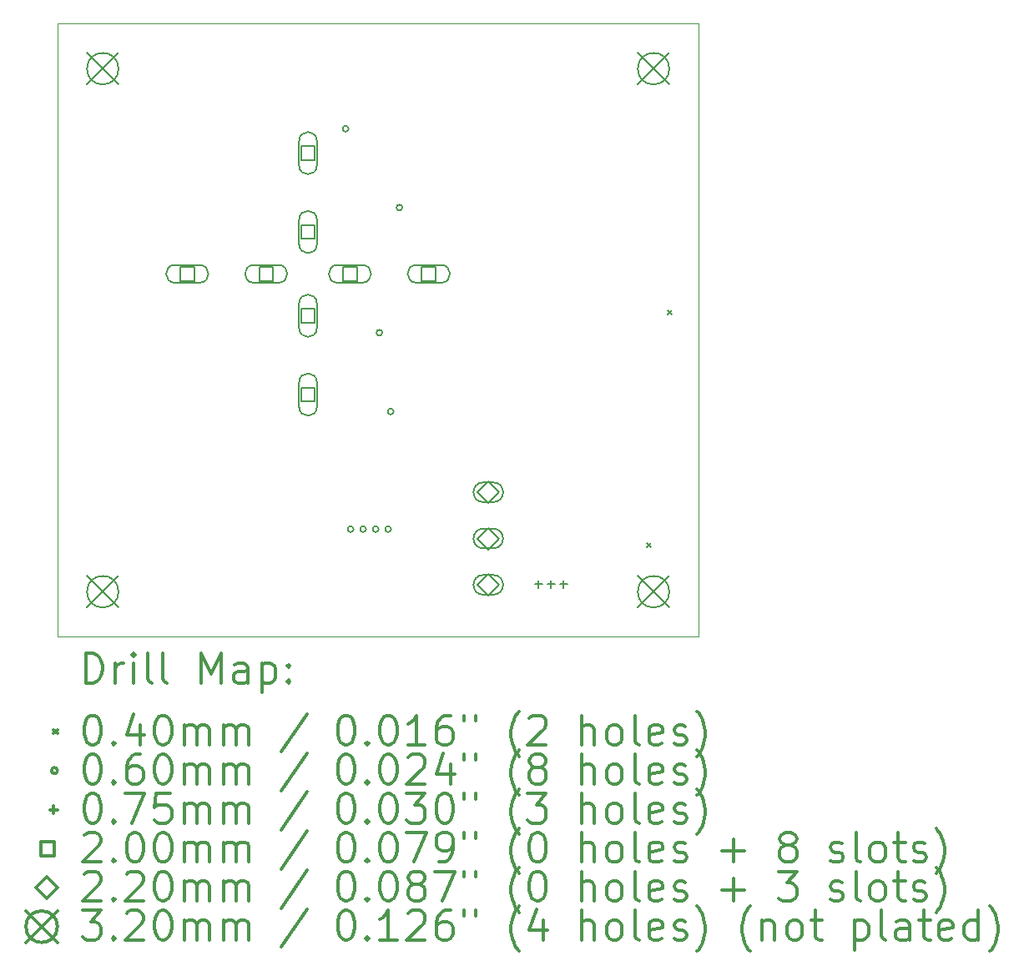
<source format=gbr>
%FSLAX45Y45*%
G04 Gerber Fmt 4.5, Leading zero omitted, Abs format (unit mm)*
G04 Created by KiCad (PCBNEW (5.1.8)-1) date 2021-11-19 10:18:03*
%MOMM*%
%LPD*%
G01*
G04 APERTURE LIST*
%TA.AperFunction,Profile*%
%ADD10C,0.050000*%
%TD*%
%ADD11C,0.200000*%
%ADD12C,0.300000*%
G04 APERTURE END LIST*
D10*
X17674600Y-12924800D02*
X17674600Y-6701800D01*
X11172200Y-12924800D02*
X17674600Y-12924800D01*
X11172200Y-6701800D02*
X11946900Y-6701800D01*
X11172200Y-12924800D02*
X11172200Y-6701800D01*
X17674600Y-6701800D02*
X11946900Y-6701800D01*
D11*
X17149140Y-11972620D02*
X17189140Y-12012620D01*
X17189140Y-11972620D02*
X17149140Y-12012620D01*
X17362500Y-9615500D02*
X17402500Y-9655500D01*
X17402500Y-9615500D02*
X17362500Y-9655500D01*
X14123200Y-7768600D02*
G75*
G03*
X14123200Y-7768600I-30000J0D01*
G01*
X14174000Y-11832600D02*
G75*
G03*
X14174000Y-11832600I-30000J0D01*
G01*
X14301000Y-11832600D02*
G75*
G03*
X14301000Y-11832600I-30000J0D01*
G01*
X14428000Y-11832600D02*
G75*
G03*
X14428000Y-11832600I-30000J0D01*
G01*
X14466100Y-9838700D02*
G75*
G03*
X14466100Y-9838700I-30000J0D01*
G01*
X14555000Y-11832600D02*
G75*
G03*
X14555000Y-11832600I-30000J0D01*
G01*
X14580400Y-10638800D02*
G75*
G03*
X14580400Y-10638800I-30000J0D01*
G01*
X14669300Y-8568700D02*
G75*
G03*
X14669300Y-8568700I-30000J0D01*
G01*
X16049000Y-12353900D02*
X16049000Y-12428900D01*
X16011500Y-12391400D02*
X16086500Y-12391400D01*
X16176000Y-12353900D02*
X16176000Y-12428900D01*
X16138500Y-12391400D02*
X16213500Y-12391400D01*
X16303000Y-12353900D02*
X16303000Y-12428900D01*
X16265500Y-12391400D02*
X16340500Y-12391400D01*
X12557911Y-9312511D02*
X12557911Y-9171089D01*
X12416489Y-9171089D01*
X12416489Y-9312511D01*
X12557911Y-9312511D01*
X12362200Y-9331800D02*
X12612200Y-9331800D01*
X12362200Y-9151800D02*
X12612200Y-9151800D01*
X12612200Y-9331800D02*
G75*
G03*
X12612200Y-9151800I0J90000D01*
G01*
X12362200Y-9151800D02*
G75*
G03*
X12362200Y-9331800I0J-90000D01*
G01*
X13357911Y-9312511D02*
X13357911Y-9171089D01*
X13216489Y-9171089D01*
X13216489Y-9312511D01*
X13357911Y-9312511D01*
X13162200Y-9331800D02*
X13412200Y-9331800D01*
X13162200Y-9151800D02*
X13412200Y-9151800D01*
X13412200Y-9331800D02*
G75*
G03*
X13412200Y-9151800I0J90000D01*
G01*
X13162200Y-9151800D02*
G75*
G03*
X13162200Y-9331800I0J-90000D01*
G01*
X13782911Y-8087511D02*
X13782911Y-7946089D01*
X13641489Y-7946089D01*
X13641489Y-8087511D01*
X13782911Y-8087511D01*
X13622200Y-7891800D02*
X13622200Y-8141800D01*
X13802200Y-7891800D02*
X13802200Y-8141800D01*
X13622200Y-8141800D02*
G75*
G03*
X13802200Y-8141800I90000J0D01*
G01*
X13802200Y-7891800D02*
G75*
G03*
X13622200Y-7891800I-90000J0D01*
G01*
X13782911Y-8887511D02*
X13782911Y-8746089D01*
X13641489Y-8746089D01*
X13641489Y-8887511D01*
X13782911Y-8887511D01*
X13622200Y-8691800D02*
X13622200Y-8941800D01*
X13802200Y-8691800D02*
X13802200Y-8941800D01*
X13622200Y-8941800D02*
G75*
G03*
X13802200Y-8941800I90000J0D01*
G01*
X13802200Y-8691800D02*
G75*
G03*
X13622200Y-8691800I-90000J0D01*
G01*
X13782911Y-9737511D02*
X13782911Y-9596089D01*
X13641489Y-9596089D01*
X13641489Y-9737511D01*
X13782911Y-9737511D01*
X13622200Y-9541800D02*
X13622200Y-9791800D01*
X13802200Y-9541800D02*
X13802200Y-9791800D01*
X13622200Y-9791800D02*
G75*
G03*
X13802200Y-9791800I90000J0D01*
G01*
X13802200Y-9541800D02*
G75*
G03*
X13622200Y-9541800I-90000J0D01*
G01*
X13782911Y-10537511D02*
X13782911Y-10396089D01*
X13641489Y-10396089D01*
X13641489Y-10537511D01*
X13782911Y-10537511D01*
X13622200Y-10341800D02*
X13622200Y-10591800D01*
X13802200Y-10341800D02*
X13802200Y-10591800D01*
X13622200Y-10591800D02*
G75*
G03*
X13802200Y-10591800I90000J0D01*
G01*
X13802200Y-10341800D02*
G75*
G03*
X13622200Y-10341800I-90000J0D01*
G01*
X14207911Y-9312511D02*
X14207911Y-9171089D01*
X14066489Y-9171089D01*
X14066489Y-9312511D01*
X14207911Y-9312511D01*
X14012200Y-9331800D02*
X14262200Y-9331800D01*
X14012200Y-9151800D02*
X14262200Y-9151800D01*
X14262200Y-9331800D02*
G75*
G03*
X14262200Y-9151800I0J90000D01*
G01*
X14012200Y-9151800D02*
G75*
G03*
X14012200Y-9331800I0J-90000D01*
G01*
X15007911Y-9312511D02*
X15007911Y-9171089D01*
X14866489Y-9171089D01*
X14866489Y-9312511D01*
X15007911Y-9312511D01*
X14812200Y-9331800D02*
X15062200Y-9331800D01*
X14812200Y-9151800D02*
X15062200Y-9151800D01*
X15062200Y-9331800D02*
G75*
G03*
X15062200Y-9151800I0J90000D01*
G01*
X14812200Y-9151800D02*
G75*
G03*
X14812200Y-9331800I0J-90000D01*
G01*
X15540800Y-11567950D02*
X15650800Y-11457950D01*
X15540800Y-11347950D01*
X15430800Y-11457950D01*
X15540800Y-11567950D01*
X15590800Y-11357950D02*
X15490800Y-11357950D01*
X15590800Y-11557950D02*
X15490800Y-11557950D01*
X15490800Y-11357950D02*
G75*
G03*
X15490800Y-11557950I0J-100000D01*
G01*
X15590800Y-11557950D02*
G75*
G03*
X15590800Y-11357950I0J100000D01*
G01*
X15540800Y-12037950D02*
X15650800Y-11927950D01*
X15540800Y-11817950D01*
X15430800Y-11927950D01*
X15540800Y-12037950D01*
X15590800Y-11827950D02*
X15490800Y-11827950D01*
X15590800Y-12027950D02*
X15490800Y-12027950D01*
X15490800Y-11827950D02*
G75*
G03*
X15490800Y-12027950I0J-100000D01*
G01*
X15590800Y-12027950D02*
G75*
G03*
X15590800Y-11827950I0J100000D01*
G01*
X15540800Y-12507950D02*
X15650800Y-12397950D01*
X15540800Y-12287950D01*
X15430800Y-12397950D01*
X15540800Y-12507950D01*
X15590800Y-12297950D02*
X15490800Y-12297950D01*
X15590800Y-12497950D02*
X15490800Y-12497950D01*
X15490800Y-12297950D02*
G75*
G03*
X15490800Y-12497950I0J-100000D01*
G01*
X15590800Y-12497950D02*
G75*
G03*
X15590800Y-12297950I0J100000D01*
G01*
X11469400Y-6999000D02*
X11789400Y-7319000D01*
X11789400Y-6999000D02*
X11469400Y-7319000D01*
X11789400Y-7159000D02*
G75*
G03*
X11789400Y-7159000I-160000J0D01*
G01*
X11469400Y-12307600D02*
X11789400Y-12627600D01*
X11789400Y-12307600D02*
X11469400Y-12627600D01*
X11789400Y-12467600D02*
G75*
G03*
X11789400Y-12467600I-160000J0D01*
G01*
X17057400Y-6999000D02*
X17377400Y-7319000D01*
X17377400Y-6999000D02*
X17057400Y-7319000D01*
X17377400Y-7159000D02*
G75*
G03*
X17377400Y-7159000I-160000J0D01*
G01*
X17057400Y-12307600D02*
X17377400Y-12627600D01*
X17377400Y-12307600D02*
X17057400Y-12627600D01*
X17377400Y-12467600D02*
G75*
G03*
X17377400Y-12467600I-160000J0D01*
G01*
D12*
X11456128Y-13393014D02*
X11456128Y-13093014D01*
X11527557Y-13093014D01*
X11570414Y-13107300D01*
X11598986Y-13135871D01*
X11613271Y-13164443D01*
X11627557Y-13221586D01*
X11627557Y-13264443D01*
X11613271Y-13321586D01*
X11598986Y-13350157D01*
X11570414Y-13378729D01*
X11527557Y-13393014D01*
X11456128Y-13393014D01*
X11756128Y-13393014D02*
X11756128Y-13193014D01*
X11756128Y-13250157D02*
X11770414Y-13221586D01*
X11784700Y-13207300D01*
X11813271Y-13193014D01*
X11841843Y-13193014D01*
X11941843Y-13393014D02*
X11941843Y-13193014D01*
X11941843Y-13093014D02*
X11927557Y-13107300D01*
X11941843Y-13121586D01*
X11956128Y-13107300D01*
X11941843Y-13093014D01*
X11941843Y-13121586D01*
X12127557Y-13393014D02*
X12098986Y-13378729D01*
X12084700Y-13350157D01*
X12084700Y-13093014D01*
X12284700Y-13393014D02*
X12256128Y-13378729D01*
X12241843Y-13350157D01*
X12241843Y-13093014D01*
X12627557Y-13393014D02*
X12627557Y-13093014D01*
X12727557Y-13307300D01*
X12827557Y-13093014D01*
X12827557Y-13393014D01*
X13098986Y-13393014D02*
X13098986Y-13235871D01*
X13084700Y-13207300D01*
X13056128Y-13193014D01*
X12998986Y-13193014D01*
X12970414Y-13207300D01*
X13098986Y-13378729D02*
X13070414Y-13393014D01*
X12998986Y-13393014D01*
X12970414Y-13378729D01*
X12956128Y-13350157D01*
X12956128Y-13321586D01*
X12970414Y-13293014D01*
X12998986Y-13278729D01*
X13070414Y-13278729D01*
X13098986Y-13264443D01*
X13241843Y-13193014D02*
X13241843Y-13493014D01*
X13241843Y-13207300D02*
X13270414Y-13193014D01*
X13327557Y-13193014D01*
X13356128Y-13207300D01*
X13370414Y-13221586D01*
X13384700Y-13250157D01*
X13384700Y-13335871D01*
X13370414Y-13364443D01*
X13356128Y-13378729D01*
X13327557Y-13393014D01*
X13270414Y-13393014D01*
X13241843Y-13378729D01*
X13513271Y-13364443D02*
X13527557Y-13378729D01*
X13513271Y-13393014D01*
X13498986Y-13378729D01*
X13513271Y-13364443D01*
X13513271Y-13393014D01*
X13513271Y-13207300D02*
X13527557Y-13221586D01*
X13513271Y-13235871D01*
X13498986Y-13221586D01*
X13513271Y-13207300D01*
X13513271Y-13235871D01*
X11129700Y-13867300D02*
X11169700Y-13907300D01*
X11169700Y-13867300D02*
X11129700Y-13907300D01*
X11513271Y-13723014D02*
X11541843Y-13723014D01*
X11570414Y-13737300D01*
X11584700Y-13751586D01*
X11598986Y-13780157D01*
X11613271Y-13837300D01*
X11613271Y-13908729D01*
X11598986Y-13965871D01*
X11584700Y-13994443D01*
X11570414Y-14008729D01*
X11541843Y-14023014D01*
X11513271Y-14023014D01*
X11484700Y-14008729D01*
X11470414Y-13994443D01*
X11456128Y-13965871D01*
X11441843Y-13908729D01*
X11441843Y-13837300D01*
X11456128Y-13780157D01*
X11470414Y-13751586D01*
X11484700Y-13737300D01*
X11513271Y-13723014D01*
X11741843Y-13994443D02*
X11756128Y-14008729D01*
X11741843Y-14023014D01*
X11727557Y-14008729D01*
X11741843Y-13994443D01*
X11741843Y-14023014D01*
X12013271Y-13823014D02*
X12013271Y-14023014D01*
X11941843Y-13708729D02*
X11870414Y-13923014D01*
X12056128Y-13923014D01*
X12227557Y-13723014D02*
X12256128Y-13723014D01*
X12284700Y-13737300D01*
X12298986Y-13751586D01*
X12313271Y-13780157D01*
X12327557Y-13837300D01*
X12327557Y-13908729D01*
X12313271Y-13965871D01*
X12298986Y-13994443D01*
X12284700Y-14008729D01*
X12256128Y-14023014D01*
X12227557Y-14023014D01*
X12198986Y-14008729D01*
X12184700Y-13994443D01*
X12170414Y-13965871D01*
X12156128Y-13908729D01*
X12156128Y-13837300D01*
X12170414Y-13780157D01*
X12184700Y-13751586D01*
X12198986Y-13737300D01*
X12227557Y-13723014D01*
X12456128Y-14023014D02*
X12456128Y-13823014D01*
X12456128Y-13851586D02*
X12470414Y-13837300D01*
X12498986Y-13823014D01*
X12541843Y-13823014D01*
X12570414Y-13837300D01*
X12584700Y-13865871D01*
X12584700Y-14023014D01*
X12584700Y-13865871D02*
X12598986Y-13837300D01*
X12627557Y-13823014D01*
X12670414Y-13823014D01*
X12698986Y-13837300D01*
X12713271Y-13865871D01*
X12713271Y-14023014D01*
X12856128Y-14023014D02*
X12856128Y-13823014D01*
X12856128Y-13851586D02*
X12870414Y-13837300D01*
X12898986Y-13823014D01*
X12941843Y-13823014D01*
X12970414Y-13837300D01*
X12984700Y-13865871D01*
X12984700Y-14023014D01*
X12984700Y-13865871D02*
X12998986Y-13837300D01*
X13027557Y-13823014D01*
X13070414Y-13823014D01*
X13098986Y-13837300D01*
X13113271Y-13865871D01*
X13113271Y-14023014D01*
X13698986Y-13708729D02*
X13441843Y-14094443D01*
X14084700Y-13723014D02*
X14113271Y-13723014D01*
X14141843Y-13737300D01*
X14156128Y-13751586D01*
X14170414Y-13780157D01*
X14184700Y-13837300D01*
X14184700Y-13908729D01*
X14170414Y-13965871D01*
X14156128Y-13994443D01*
X14141843Y-14008729D01*
X14113271Y-14023014D01*
X14084700Y-14023014D01*
X14056128Y-14008729D01*
X14041843Y-13994443D01*
X14027557Y-13965871D01*
X14013271Y-13908729D01*
X14013271Y-13837300D01*
X14027557Y-13780157D01*
X14041843Y-13751586D01*
X14056128Y-13737300D01*
X14084700Y-13723014D01*
X14313271Y-13994443D02*
X14327557Y-14008729D01*
X14313271Y-14023014D01*
X14298986Y-14008729D01*
X14313271Y-13994443D01*
X14313271Y-14023014D01*
X14513271Y-13723014D02*
X14541843Y-13723014D01*
X14570414Y-13737300D01*
X14584700Y-13751586D01*
X14598986Y-13780157D01*
X14613271Y-13837300D01*
X14613271Y-13908729D01*
X14598986Y-13965871D01*
X14584700Y-13994443D01*
X14570414Y-14008729D01*
X14541843Y-14023014D01*
X14513271Y-14023014D01*
X14484700Y-14008729D01*
X14470414Y-13994443D01*
X14456128Y-13965871D01*
X14441843Y-13908729D01*
X14441843Y-13837300D01*
X14456128Y-13780157D01*
X14470414Y-13751586D01*
X14484700Y-13737300D01*
X14513271Y-13723014D01*
X14898986Y-14023014D02*
X14727557Y-14023014D01*
X14813271Y-14023014D02*
X14813271Y-13723014D01*
X14784700Y-13765871D01*
X14756128Y-13794443D01*
X14727557Y-13808729D01*
X15156128Y-13723014D02*
X15098986Y-13723014D01*
X15070414Y-13737300D01*
X15056128Y-13751586D01*
X15027557Y-13794443D01*
X15013271Y-13851586D01*
X15013271Y-13965871D01*
X15027557Y-13994443D01*
X15041843Y-14008729D01*
X15070414Y-14023014D01*
X15127557Y-14023014D01*
X15156128Y-14008729D01*
X15170414Y-13994443D01*
X15184700Y-13965871D01*
X15184700Y-13894443D01*
X15170414Y-13865871D01*
X15156128Y-13851586D01*
X15127557Y-13837300D01*
X15070414Y-13837300D01*
X15041843Y-13851586D01*
X15027557Y-13865871D01*
X15013271Y-13894443D01*
X15298986Y-13723014D02*
X15298986Y-13780157D01*
X15413271Y-13723014D02*
X15413271Y-13780157D01*
X15856128Y-14137300D02*
X15841843Y-14123014D01*
X15813271Y-14080157D01*
X15798986Y-14051586D01*
X15784700Y-14008729D01*
X15770414Y-13937300D01*
X15770414Y-13880157D01*
X15784700Y-13808729D01*
X15798986Y-13765871D01*
X15813271Y-13737300D01*
X15841843Y-13694443D01*
X15856128Y-13680157D01*
X15956128Y-13751586D02*
X15970414Y-13737300D01*
X15998986Y-13723014D01*
X16070414Y-13723014D01*
X16098986Y-13737300D01*
X16113271Y-13751586D01*
X16127557Y-13780157D01*
X16127557Y-13808729D01*
X16113271Y-13851586D01*
X15941843Y-14023014D01*
X16127557Y-14023014D01*
X16484700Y-14023014D02*
X16484700Y-13723014D01*
X16613271Y-14023014D02*
X16613271Y-13865871D01*
X16598986Y-13837300D01*
X16570414Y-13823014D01*
X16527557Y-13823014D01*
X16498986Y-13837300D01*
X16484700Y-13851586D01*
X16798986Y-14023014D02*
X16770414Y-14008729D01*
X16756128Y-13994443D01*
X16741843Y-13965871D01*
X16741843Y-13880157D01*
X16756128Y-13851586D01*
X16770414Y-13837300D01*
X16798986Y-13823014D01*
X16841843Y-13823014D01*
X16870414Y-13837300D01*
X16884700Y-13851586D01*
X16898986Y-13880157D01*
X16898986Y-13965871D01*
X16884700Y-13994443D01*
X16870414Y-14008729D01*
X16841843Y-14023014D01*
X16798986Y-14023014D01*
X17070414Y-14023014D02*
X17041843Y-14008729D01*
X17027557Y-13980157D01*
X17027557Y-13723014D01*
X17298986Y-14008729D02*
X17270414Y-14023014D01*
X17213271Y-14023014D01*
X17184700Y-14008729D01*
X17170414Y-13980157D01*
X17170414Y-13865871D01*
X17184700Y-13837300D01*
X17213271Y-13823014D01*
X17270414Y-13823014D01*
X17298986Y-13837300D01*
X17313271Y-13865871D01*
X17313271Y-13894443D01*
X17170414Y-13923014D01*
X17427557Y-14008729D02*
X17456128Y-14023014D01*
X17513271Y-14023014D01*
X17541843Y-14008729D01*
X17556128Y-13980157D01*
X17556128Y-13965871D01*
X17541843Y-13937300D01*
X17513271Y-13923014D01*
X17470414Y-13923014D01*
X17441843Y-13908729D01*
X17427557Y-13880157D01*
X17427557Y-13865871D01*
X17441843Y-13837300D01*
X17470414Y-13823014D01*
X17513271Y-13823014D01*
X17541843Y-13837300D01*
X17656128Y-14137300D02*
X17670414Y-14123014D01*
X17698986Y-14080157D01*
X17713271Y-14051586D01*
X17727557Y-14008729D01*
X17741843Y-13937300D01*
X17741843Y-13880157D01*
X17727557Y-13808729D01*
X17713271Y-13765871D01*
X17698986Y-13737300D01*
X17670414Y-13694443D01*
X17656128Y-13680157D01*
X11169700Y-14283300D02*
G75*
G03*
X11169700Y-14283300I-30000J0D01*
G01*
X11513271Y-14119014D02*
X11541843Y-14119014D01*
X11570414Y-14133300D01*
X11584700Y-14147586D01*
X11598986Y-14176157D01*
X11613271Y-14233300D01*
X11613271Y-14304729D01*
X11598986Y-14361871D01*
X11584700Y-14390443D01*
X11570414Y-14404729D01*
X11541843Y-14419014D01*
X11513271Y-14419014D01*
X11484700Y-14404729D01*
X11470414Y-14390443D01*
X11456128Y-14361871D01*
X11441843Y-14304729D01*
X11441843Y-14233300D01*
X11456128Y-14176157D01*
X11470414Y-14147586D01*
X11484700Y-14133300D01*
X11513271Y-14119014D01*
X11741843Y-14390443D02*
X11756128Y-14404729D01*
X11741843Y-14419014D01*
X11727557Y-14404729D01*
X11741843Y-14390443D01*
X11741843Y-14419014D01*
X12013271Y-14119014D02*
X11956128Y-14119014D01*
X11927557Y-14133300D01*
X11913271Y-14147586D01*
X11884700Y-14190443D01*
X11870414Y-14247586D01*
X11870414Y-14361871D01*
X11884700Y-14390443D01*
X11898986Y-14404729D01*
X11927557Y-14419014D01*
X11984700Y-14419014D01*
X12013271Y-14404729D01*
X12027557Y-14390443D01*
X12041843Y-14361871D01*
X12041843Y-14290443D01*
X12027557Y-14261871D01*
X12013271Y-14247586D01*
X11984700Y-14233300D01*
X11927557Y-14233300D01*
X11898986Y-14247586D01*
X11884700Y-14261871D01*
X11870414Y-14290443D01*
X12227557Y-14119014D02*
X12256128Y-14119014D01*
X12284700Y-14133300D01*
X12298986Y-14147586D01*
X12313271Y-14176157D01*
X12327557Y-14233300D01*
X12327557Y-14304729D01*
X12313271Y-14361871D01*
X12298986Y-14390443D01*
X12284700Y-14404729D01*
X12256128Y-14419014D01*
X12227557Y-14419014D01*
X12198986Y-14404729D01*
X12184700Y-14390443D01*
X12170414Y-14361871D01*
X12156128Y-14304729D01*
X12156128Y-14233300D01*
X12170414Y-14176157D01*
X12184700Y-14147586D01*
X12198986Y-14133300D01*
X12227557Y-14119014D01*
X12456128Y-14419014D02*
X12456128Y-14219014D01*
X12456128Y-14247586D02*
X12470414Y-14233300D01*
X12498986Y-14219014D01*
X12541843Y-14219014D01*
X12570414Y-14233300D01*
X12584700Y-14261871D01*
X12584700Y-14419014D01*
X12584700Y-14261871D02*
X12598986Y-14233300D01*
X12627557Y-14219014D01*
X12670414Y-14219014D01*
X12698986Y-14233300D01*
X12713271Y-14261871D01*
X12713271Y-14419014D01*
X12856128Y-14419014D02*
X12856128Y-14219014D01*
X12856128Y-14247586D02*
X12870414Y-14233300D01*
X12898986Y-14219014D01*
X12941843Y-14219014D01*
X12970414Y-14233300D01*
X12984700Y-14261871D01*
X12984700Y-14419014D01*
X12984700Y-14261871D02*
X12998986Y-14233300D01*
X13027557Y-14219014D01*
X13070414Y-14219014D01*
X13098986Y-14233300D01*
X13113271Y-14261871D01*
X13113271Y-14419014D01*
X13698986Y-14104729D02*
X13441843Y-14490443D01*
X14084700Y-14119014D02*
X14113271Y-14119014D01*
X14141843Y-14133300D01*
X14156128Y-14147586D01*
X14170414Y-14176157D01*
X14184700Y-14233300D01*
X14184700Y-14304729D01*
X14170414Y-14361871D01*
X14156128Y-14390443D01*
X14141843Y-14404729D01*
X14113271Y-14419014D01*
X14084700Y-14419014D01*
X14056128Y-14404729D01*
X14041843Y-14390443D01*
X14027557Y-14361871D01*
X14013271Y-14304729D01*
X14013271Y-14233300D01*
X14027557Y-14176157D01*
X14041843Y-14147586D01*
X14056128Y-14133300D01*
X14084700Y-14119014D01*
X14313271Y-14390443D02*
X14327557Y-14404729D01*
X14313271Y-14419014D01*
X14298986Y-14404729D01*
X14313271Y-14390443D01*
X14313271Y-14419014D01*
X14513271Y-14119014D02*
X14541843Y-14119014D01*
X14570414Y-14133300D01*
X14584700Y-14147586D01*
X14598986Y-14176157D01*
X14613271Y-14233300D01*
X14613271Y-14304729D01*
X14598986Y-14361871D01*
X14584700Y-14390443D01*
X14570414Y-14404729D01*
X14541843Y-14419014D01*
X14513271Y-14419014D01*
X14484700Y-14404729D01*
X14470414Y-14390443D01*
X14456128Y-14361871D01*
X14441843Y-14304729D01*
X14441843Y-14233300D01*
X14456128Y-14176157D01*
X14470414Y-14147586D01*
X14484700Y-14133300D01*
X14513271Y-14119014D01*
X14727557Y-14147586D02*
X14741843Y-14133300D01*
X14770414Y-14119014D01*
X14841843Y-14119014D01*
X14870414Y-14133300D01*
X14884700Y-14147586D01*
X14898986Y-14176157D01*
X14898986Y-14204729D01*
X14884700Y-14247586D01*
X14713271Y-14419014D01*
X14898986Y-14419014D01*
X15156128Y-14219014D02*
X15156128Y-14419014D01*
X15084700Y-14104729D02*
X15013271Y-14319014D01*
X15198986Y-14319014D01*
X15298986Y-14119014D02*
X15298986Y-14176157D01*
X15413271Y-14119014D02*
X15413271Y-14176157D01*
X15856128Y-14533300D02*
X15841843Y-14519014D01*
X15813271Y-14476157D01*
X15798986Y-14447586D01*
X15784700Y-14404729D01*
X15770414Y-14333300D01*
X15770414Y-14276157D01*
X15784700Y-14204729D01*
X15798986Y-14161871D01*
X15813271Y-14133300D01*
X15841843Y-14090443D01*
X15856128Y-14076157D01*
X16013271Y-14247586D02*
X15984700Y-14233300D01*
X15970414Y-14219014D01*
X15956128Y-14190443D01*
X15956128Y-14176157D01*
X15970414Y-14147586D01*
X15984700Y-14133300D01*
X16013271Y-14119014D01*
X16070414Y-14119014D01*
X16098986Y-14133300D01*
X16113271Y-14147586D01*
X16127557Y-14176157D01*
X16127557Y-14190443D01*
X16113271Y-14219014D01*
X16098986Y-14233300D01*
X16070414Y-14247586D01*
X16013271Y-14247586D01*
X15984700Y-14261871D01*
X15970414Y-14276157D01*
X15956128Y-14304729D01*
X15956128Y-14361871D01*
X15970414Y-14390443D01*
X15984700Y-14404729D01*
X16013271Y-14419014D01*
X16070414Y-14419014D01*
X16098986Y-14404729D01*
X16113271Y-14390443D01*
X16127557Y-14361871D01*
X16127557Y-14304729D01*
X16113271Y-14276157D01*
X16098986Y-14261871D01*
X16070414Y-14247586D01*
X16484700Y-14419014D02*
X16484700Y-14119014D01*
X16613271Y-14419014D02*
X16613271Y-14261871D01*
X16598986Y-14233300D01*
X16570414Y-14219014D01*
X16527557Y-14219014D01*
X16498986Y-14233300D01*
X16484700Y-14247586D01*
X16798986Y-14419014D02*
X16770414Y-14404729D01*
X16756128Y-14390443D01*
X16741843Y-14361871D01*
X16741843Y-14276157D01*
X16756128Y-14247586D01*
X16770414Y-14233300D01*
X16798986Y-14219014D01*
X16841843Y-14219014D01*
X16870414Y-14233300D01*
X16884700Y-14247586D01*
X16898986Y-14276157D01*
X16898986Y-14361871D01*
X16884700Y-14390443D01*
X16870414Y-14404729D01*
X16841843Y-14419014D01*
X16798986Y-14419014D01*
X17070414Y-14419014D02*
X17041843Y-14404729D01*
X17027557Y-14376157D01*
X17027557Y-14119014D01*
X17298986Y-14404729D02*
X17270414Y-14419014D01*
X17213271Y-14419014D01*
X17184700Y-14404729D01*
X17170414Y-14376157D01*
X17170414Y-14261871D01*
X17184700Y-14233300D01*
X17213271Y-14219014D01*
X17270414Y-14219014D01*
X17298986Y-14233300D01*
X17313271Y-14261871D01*
X17313271Y-14290443D01*
X17170414Y-14319014D01*
X17427557Y-14404729D02*
X17456128Y-14419014D01*
X17513271Y-14419014D01*
X17541843Y-14404729D01*
X17556128Y-14376157D01*
X17556128Y-14361871D01*
X17541843Y-14333300D01*
X17513271Y-14319014D01*
X17470414Y-14319014D01*
X17441843Y-14304729D01*
X17427557Y-14276157D01*
X17427557Y-14261871D01*
X17441843Y-14233300D01*
X17470414Y-14219014D01*
X17513271Y-14219014D01*
X17541843Y-14233300D01*
X17656128Y-14533300D02*
X17670414Y-14519014D01*
X17698986Y-14476157D01*
X17713271Y-14447586D01*
X17727557Y-14404729D01*
X17741843Y-14333300D01*
X17741843Y-14276157D01*
X17727557Y-14204729D01*
X17713271Y-14161871D01*
X17698986Y-14133300D01*
X17670414Y-14090443D01*
X17656128Y-14076157D01*
X11132200Y-14641800D02*
X11132200Y-14716800D01*
X11094700Y-14679300D02*
X11169700Y-14679300D01*
X11513271Y-14515014D02*
X11541843Y-14515014D01*
X11570414Y-14529300D01*
X11584700Y-14543586D01*
X11598986Y-14572157D01*
X11613271Y-14629300D01*
X11613271Y-14700729D01*
X11598986Y-14757871D01*
X11584700Y-14786443D01*
X11570414Y-14800729D01*
X11541843Y-14815014D01*
X11513271Y-14815014D01*
X11484700Y-14800729D01*
X11470414Y-14786443D01*
X11456128Y-14757871D01*
X11441843Y-14700729D01*
X11441843Y-14629300D01*
X11456128Y-14572157D01*
X11470414Y-14543586D01*
X11484700Y-14529300D01*
X11513271Y-14515014D01*
X11741843Y-14786443D02*
X11756128Y-14800729D01*
X11741843Y-14815014D01*
X11727557Y-14800729D01*
X11741843Y-14786443D01*
X11741843Y-14815014D01*
X11856128Y-14515014D02*
X12056128Y-14515014D01*
X11927557Y-14815014D01*
X12313271Y-14515014D02*
X12170414Y-14515014D01*
X12156128Y-14657871D01*
X12170414Y-14643586D01*
X12198986Y-14629300D01*
X12270414Y-14629300D01*
X12298986Y-14643586D01*
X12313271Y-14657871D01*
X12327557Y-14686443D01*
X12327557Y-14757871D01*
X12313271Y-14786443D01*
X12298986Y-14800729D01*
X12270414Y-14815014D01*
X12198986Y-14815014D01*
X12170414Y-14800729D01*
X12156128Y-14786443D01*
X12456128Y-14815014D02*
X12456128Y-14615014D01*
X12456128Y-14643586D02*
X12470414Y-14629300D01*
X12498986Y-14615014D01*
X12541843Y-14615014D01*
X12570414Y-14629300D01*
X12584700Y-14657871D01*
X12584700Y-14815014D01*
X12584700Y-14657871D02*
X12598986Y-14629300D01*
X12627557Y-14615014D01*
X12670414Y-14615014D01*
X12698986Y-14629300D01*
X12713271Y-14657871D01*
X12713271Y-14815014D01*
X12856128Y-14815014D02*
X12856128Y-14615014D01*
X12856128Y-14643586D02*
X12870414Y-14629300D01*
X12898986Y-14615014D01*
X12941843Y-14615014D01*
X12970414Y-14629300D01*
X12984700Y-14657871D01*
X12984700Y-14815014D01*
X12984700Y-14657871D02*
X12998986Y-14629300D01*
X13027557Y-14615014D01*
X13070414Y-14615014D01*
X13098986Y-14629300D01*
X13113271Y-14657871D01*
X13113271Y-14815014D01*
X13698986Y-14500729D02*
X13441843Y-14886443D01*
X14084700Y-14515014D02*
X14113271Y-14515014D01*
X14141843Y-14529300D01*
X14156128Y-14543586D01*
X14170414Y-14572157D01*
X14184700Y-14629300D01*
X14184700Y-14700729D01*
X14170414Y-14757871D01*
X14156128Y-14786443D01*
X14141843Y-14800729D01*
X14113271Y-14815014D01*
X14084700Y-14815014D01*
X14056128Y-14800729D01*
X14041843Y-14786443D01*
X14027557Y-14757871D01*
X14013271Y-14700729D01*
X14013271Y-14629300D01*
X14027557Y-14572157D01*
X14041843Y-14543586D01*
X14056128Y-14529300D01*
X14084700Y-14515014D01*
X14313271Y-14786443D02*
X14327557Y-14800729D01*
X14313271Y-14815014D01*
X14298986Y-14800729D01*
X14313271Y-14786443D01*
X14313271Y-14815014D01*
X14513271Y-14515014D02*
X14541843Y-14515014D01*
X14570414Y-14529300D01*
X14584700Y-14543586D01*
X14598986Y-14572157D01*
X14613271Y-14629300D01*
X14613271Y-14700729D01*
X14598986Y-14757871D01*
X14584700Y-14786443D01*
X14570414Y-14800729D01*
X14541843Y-14815014D01*
X14513271Y-14815014D01*
X14484700Y-14800729D01*
X14470414Y-14786443D01*
X14456128Y-14757871D01*
X14441843Y-14700729D01*
X14441843Y-14629300D01*
X14456128Y-14572157D01*
X14470414Y-14543586D01*
X14484700Y-14529300D01*
X14513271Y-14515014D01*
X14713271Y-14515014D02*
X14898986Y-14515014D01*
X14798986Y-14629300D01*
X14841843Y-14629300D01*
X14870414Y-14643586D01*
X14884700Y-14657871D01*
X14898986Y-14686443D01*
X14898986Y-14757871D01*
X14884700Y-14786443D01*
X14870414Y-14800729D01*
X14841843Y-14815014D01*
X14756128Y-14815014D01*
X14727557Y-14800729D01*
X14713271Y-14786443D01*
X15084700Y-14515014D02*
X15113271Y-14515014D01*
X15141843Y-14529300D01*
X15156128Y-14543586D01*
X15170414Y-14572157D01*
X15184700Y-14629300D01*
X15184700Y-14700729D01*
X15170414Y-14757871D01*
X15156128Y-14786443D01*
X15141843Y-14800729D01*
X15113271Y-14815014D01*
X15084700Y-14815014D01*
X15056128Y-14800729D01*
X15041843Y-14786443D01*
X15027557Y-14757871D01*
X15013271Y-14700729D01*
X15013271Y-14629300D01*
X15027557Y-14572157D01*
X15041843Y-14543586D01*
X15056128Y-14529300D01*
X15084700Y-14515014D01*
X15298986Y-14515014D02*
X15298986Y-14572157D01*
X15413271Y-14515014D02*
X15413271Y-14572157D01*
X15856128Y-14929300D02*
X15841843Y-14915014D01*
X15813271Y-14872157D01*
X15798986Y-14843586D01*
X15784700Y-14800729D01*
X15770414Y-14729300D01*
X15770414Y-14672157D01*
X15784700Y-14600729D01*
X15798986Y-14557871D01*
X15813271Y-14529300D01*
X15841843Y-14486443D01*
X15856128Y-14472157D01*
X15941843Y-14515014D02*
X16127557Y-14515014D01*
X16027557Y-14629300D01*
X16070414Y-14629300D01*
X16098986Y-14643586D01*
X16113271Y-14657871D01*
X16127557Y-14686443D01*
X16127557Y-14757871D01*
X16113271Y-14786443D01*
X16098986Y-14800729D01*
X16070414Y-14815014D01*
X15984700Y-14815014D01*
X15956128Y-14800729D01*
X15941843Y-14786443D01*
X16484700Y-14815014D02*
X16484700Y-14515014D01*
X16613271Y-14815014D02*
X16613271Y-14657871D01*
X16598986Y-14629300D01*
X16570414Y-14615014D01*
X16527557Y-14615014D01*
X16498986Y-14629300D01*
X16484700Y-14643586D01*
X16798986Y-14815014D02*
X16770414Y-14800729D01*
X16756128Y-14786443D01*
X16741843Y-14757871D01*
X16741843Y-14672157D01*
X16756128Y-14643586D01*
X16770414Y-14629300D01*
X16798986Y-14615014D01*
X16841843Y-14615014D01*
X16870414Y-14629300D01*
X16884700Y-14643586D01*
X16898986Y-14672157D01*
X16898986Y-14757871D01*
X16884700Y-14786443D01*
X16870414Y-14800729D01*
X16841843Y-14815014D01*
X16798986Y-14815014D01*
X17070414Y-14815014D02*
X17041843Y-14800729D01*
X17027557Y-14772157D01*
X17027557Y-14515014D01*
X17298986Y-14800729D02*
X17270414Y-14815014D01*
X17213271Y-14815014D01*
X17184700Y-14800729D01*
X17170414Y-14772157D01*
X17170414Y-14657871D01*
X17184700Y-14629300D01*
X17213271Y-14615014D01*
X17270414Y-14615014D01*
X17298986Y-14629300D01*
X17313271Y-14657871D01*
X17313271Y-14686443D01*
X17170414Y-14715014D01*
X17427557Y-14800729D02*
X17456128Y-14815014D01*
X17513271Y-14815014D01*
X17541843Y-14800729D01*
X17556128Y-14772157D01*
X17556128Y-14757871D01*
X17541843Y-14729300D01*
X17513271Y-14715014D01*
X17470414Y-14715014D01*
X17441843Y-14700729D01*
X17427557Y-14672157D01*
X17427557Y-14657871D01*
X17441843Y-14629300D01*
X17470414Y-14615014D01*
X17513271Y-14615014D01*
X17541843Y-14629300D01*
X17656128Y-14929300D02*
X17670414Y-14915014D01*
X17698986Y-14872157D01*
X17713271Y-14843586D01*
X17727557Y-14800729D01*
X17741843Y-14729300D01*
X17741843Y-14672157D01*
X17727557Y-14600729D01*
X17713271Y-14557871D01*
X17698986Y-14529300D01*
X17670414Y-14486443D01*
X17656128Y-14472157D01*
X11140411Y-15146011D02*
X11140411Y-15004589D01*
X10998989Y-15004589D01*
X10998989Y-15146011D01*
X11140411Y-15146011D01*
X11441843Y-14939586D02*
X11456128Y-14925300D01*
X11484700Y-14911014D01*
X11556128Y-14911014D01*
X11584700Y-14925300D01*
X11598986Y-14939586D01*
X11613271Y-14968157D01*
X11613271Y-14996729D01*
X11598986Y-15039586D01*
X11427557Y-15211014D01*
X11613271Y-15211014D01*
X11741843Y-15182443D02*
X11756128Y-15196729D01*
X11741843Y-15211014D01*
X11727557Y-15196729D01*
X11741843Y-15182443D01*
X11741843Y-15211014D01*
X11941843Y-14911014D02*
X11970414Y-14911014D01*
X11998986Y-14925300D01*
X12013271Y-14939586D01*
X12027557Y-14968157D01*
X12041843Y-15025300D01*
X12041843Y-15096729D01*
X12027557Y-15153871D01*
X12013271Y-15182443D01*
X11998986Y-15196729D01*
X11970414Y-15211014D01*
X11941843Y-15211014D01*
X11913271Y-15196729D01*
X11898986Y-15182443D01*
X11884700Y-15153871D01*
X11870414Y-15096729D01*
X11870414Y-15025300D01*
X11884700Y-14968157D01*
X11898986Y-14939586D01*
X11913271Y-14925300D01*
X11941843Y-14911014D01*
X12227557Y-14911014D02*
X12256128Y-14911014D01*
X12284700Y-14925300D01*
X12298986Y-14939586D01*
X12313271Y-14968157D01*
X12327557Y-15025300D01*
X12327557Y-15096729D01*
X12313271Y-15153871D01*
X12298986Y-15182443D01*
X12284700Y-15196729D01*
X12256128Y-15211014D01*
X12227557Y-15211014D01*
X12198986Y-15196729D01*
X12184700Y-15182443D01*
X12170414Y-15153871D01*
X12156128Y-15096729D01*
X12156128Y-15025300D01*
X12170414Y-14968157D01*
X12184700Y-14939586D01*
X12198986Y-14925300D01*
X12227557Y-14911014D01*
X12456128Y-15211014D02*
X12456128Y-15011014D01*
X12456128Y-15039586D02*
X12470414Y-15025300D01*
X12498986Y-15011014D01*
X12541843Y-15011014D01*
X12570414Y-15025300D01*
X12584700Y-15053871D01*
X12584700Y-15211014D01*
X12584700Y-15053871D02*
X12598986Y-15025300D01*
X12627557Y-15011014D01*
X12670414Y-15011014D01*
X12698986Y-15025300D01*
X12713271Y-15053871D01*
X12713271Y-15211014D01*
X12856128Y-15211014D02*
X12856128Y-15011014D01*
X12856128Y-15039586D02*
X12870414Y-15025300D01*
X12898986Y-15011014D01*
X12941843Y-15011014D01*
X12970414Y-15025300D01*
X12984700Y-15053871D01*
X12984700Y-15211014D01*
X12984700Y-15053871D02*
X12998986Y-15025300D01*
X13027557Y-15011014D01*
X13070414Y-15011014D01*
X13098986Y-15025300D01*
X13113271Y-15053871D01*
X13113271Y-15211014D01*
X13698986Y-14896729D02*
X13441843Y-15282443D01*
X14084700Y-14911014D02*
X14113271Y-14911014D01*
X14141843Y-14925300D01*
X14156128Y-14939586D01*
X14170414Y-14968157D01*
X14184700Y-15025300D01*
X14184700Y-15096729D01*
X14170414Y-15153871D01*
X14156128Y-15182443D01*
X14141843Y-15196729D01*
X14113271Y-15211014D01*
X14084700Y-15211014D01*
X14056128Y-15196729D01*
X14041843Y-15182443D01*
X14027557Y-15153871D01*
X14013271Y-15096729D01*
X14013271Y-15025300D01*
X14027557Y-14968157D01*
X14041843Y-14939586D01*
X14056128Y-14925300D01*
X14084700Y-14911014D01*
X14313271Y-15182443D02*
X14327557Y-15196729D01*
X14313271Y-15211014D01*
X14298986Y-15196729D01*
X14313271Y-15182443D01*
X14313271Y-15211014D01*
X14513271Y-14911014D02*
X14541843Y-14911014D01*
X14570414Y-14925300D01*
X14584700Y-14939586D01*
X14598986Y-14968157D01*
X14613271Y-15025300D01*
X14613271Y-15096729D01*
X14598986Y-15153871D01*
X14584700Y-15182443D01*
X14570414Y-15196729D01*
X14541843Y-15211014D01*
X14513271Y-15211014D01*
X14484700Y-15196729D01*
X14470414Y-15182443D01*
X14456128Y-15153871D01*
X14441843Y-15096729D01*
X14441843Y-15025300D01*
X14456128Y-14968157D01*
X14470414Y-14939586D01*
X14484700Y-14925300D01*
X14513271Y-14911014D01*
X14713271Y-14911014D02*
X14913271Y-14911014D01*
X14784700Y-15211014D01*
X15041843Y-15211014D02*
X15098986Y-15211014D01*
X15127557Y-15196729D01*
X15141843Y-15182443D01*
X15170414Y-15139586D01*
X15184700Y-15082443D01*
X15184700Y-14968157D01*
X15170414Y-14939586D01*
X15156128Y-14925300D01*
X15127557Y-14911014D01*
X15070414Y-14911014D01*
X15041843Y-14925300D01*
X15027557Y-14939586D01*
X15013271Y-14968157D01*
X15013271Y-15039586D01*
X15027557Y-15068157D01*
X15041843Y-15082443D01*
X15070414Y-15096729D01*
X15127557Y-15096729D01*
X15156128Y-15082443D01*
X15170414Y-15068157D01*
X15184700Y-15039586D01*
X15298986Y-14911014D02*
X15298986Y-14968157D01*
X15413271Y-14911014D02*
X15413271Y-14968157D01*
X15856128Y-15325300D02*
X15841843Y-15311014D01*
X15813271Y-15268157D01*
X15798986Y-15239586D01*
X15784700Y-15196729D01*
X15770414Y-15125300D01*
X15770414Y-15068157D01*
X15784700Y-14996729D01*
X15798986Y-14953871D01*
X15813271Y-14925300D01*
X15841843Y-14882443D01*
X15856128Y-14868157D01*
X16027557Y-14911014D02*
X16056128Y-14911014D01*
X16084700Y-14925300D01*
X16098986Y-14939586D01*
X16113271Y-14968157D01*
X16127557Y-15025300D01*
X16127557Y-15096729D01*
X16113271Y-15153871D01*
X16098986Y-15182443D01*
X16084700Y-15196729D01*
X16056128Y-15211014D01*
X16027557Y-15211014D01*
X15998986Y-15196729D01*
X15984700Y-15182443D01*
X15970414Y-15153871D01*
X15956128Y-15096729D01*
X15956128Y-15025300D01*
X15970414Y-14968157D01*
X15984700Y-14939586D01*
X15998986Y-14925300D01*
X16027557Y-14911014D01*
X16484700Y-15211014D02*
X16484700Y-14911014D01*
X16613271Y-15211014D02*
X16613271Y-15053871D01*
X16598986Y-15025300D01*
X16570414Y-15011014D01*
X16527557Y-15011014D01*
X16498986Y-15025300D01*
X16484700Y-15039586D01*
X16798986Y-15211014D02*
X16770414Y-15196729D01*
X16756128Y-15182443D01*
X16741843Y-15153871D01*
X16741843Y-15068157D01*
X16756128Y-15039586D01*
X16770414Y-15025300D01*
X16798986Y-15011014D01*
X16841843Y-15011014D01*
X16870414Y-15025300D01*
X16884700Y-15039586D01*
X16898986Y-15068157D01*
X16898986Y-15153871D01*
X16884700Y-15182443D01*
X16870414Y-15196729D01*
X16841843Y-15211014D01*
X16798986Y-15211014D01*
X17070414Y-15211014D02*
X17041843Y-15196729D01*
X17027557Y-15168157D01*
X17027557Y-14911014D01*
X17298986Y-15196729D02*
X17270414Y-15211014D01*
X17213271Y-15211014D01*
X17184700Y-15196729D01*
X17170414Y-15168157D01*
X17170414Y-15053871D01*
X17184700Y-15025300D01*
X17213271Y-15011014D01*
X17270414Y-15011014D01*
X17298986Y-15025300D01*
X17313271Y-15053871D01*
X17313271Y-15082443D01*
X17170414Y-15111014D01*
X17427557Y-15196729D02*
X17456128Y-15211014D01*
X17513271Y-15211014D01*
X17541843Y-15196729D01*
X17556128Y-15168157D01*
X17556128Y-15153871D01*
X17541843Y-15125300D01*
X17513271Y-15111014D01*
X17470414Y-15111014D01*
X17441843Y-15096729D01*
X17427557Y-15068157D01*
X17427557Y-15053871D01*
X17441843Y-15025300D01*
X17470414Y-15011014D01*
X17513271Y-15011014D01*
X17541843Y-15025300D01*
X17913271Y-15096729D02*
X18141843Y-15096729D01*
X18027557Y-15211014D02*
X18027557Y-14982443D01*
X18556128Y-15039586D02*
X18527557Y-15025300D01*
X18513271Y-15011014D01*
X18498986Y-14982443D01*
X18498986Y-14968157D01*
X18513271Y-14939586D01*
X18527557Y-14925300D01*
X18556128Y-14911014D01*
X18613271Y-14911014D01*
X18641843Y-14925300D01*
X18656128Y-14939586D01*
X18670414Y-14968157D01*
X18670414Y-14982443D01*
X18656128Y-15011014D01*
X18641843Y-15025300D01*
X18613271Y-15039586D01*
X18556128Y-15039586D01*
X18527557Y-15053871D01*
X18513271Y-15068157D01*
X18498986Y-15096729D01*
X18498986Y-15153871D01*
X18513271Y-15182443D01*
X18527557Y-15196729D01*
X18556128Y-15211014D01*
X18613271Y-15211014D01*
X18641843Y-15196729D01*
X18656128Y-15182443D01*
X18670414Y-15153871D01*
X18670414Y-15096729D01*
X18656128Y-15068157D01*
X18641843Y-15053871D01*
X18613271Y-15039586D01*
X19013271Y-15196729D02*
X19041843Y-15211014D01*
X19098986Y-15211014D01*
X19127557Y-15196729D01*
X19141843Y-15168157D01*
X19141843Y-15153871D01*
X19127557Y-15125300D01*
X19098986Y-15111014D01*
X19056128Y-15111014D01*
X19027557Y-15096729D01*
X19013271Y-15068157D01*
X19013271Y-15053871D01*
X19027557Y-15025300D01*
X19056128Y-15011014D01*
X19098986Y-15011014D01*
X19127557Y-15025300D01*
X19313271Y-15211014D02*
X19284700Y-15196729D01*
X19270414Y-15168157D01*
X19270414Y-14911014D01*
X19470414Y-15211014D02*
X19441843Y-15196729D01*
X19427557Y-15182443D01*
X19413271Y-15153871D01*
X19413271Y-15068157D01*
X19427557Y-15039586D01*
X19441843Y-15025300D01*
X19470414Y-15011014D01*
X19513271Y-15011014D01*
X19541843Y-15025300D01*
X19556128Y-15039586D01*
X19570414Y-15068157D01*
X19570414Y-15153871D01*
X19556128Y-15182443D01*
X19541843Y-15196729D01*
X19513271Y-15211014D01*
X19470414Y-15211014D01*
X19656128Y-15011014D02*
X19770414Y-15011014D01*
X19698986Y-14911014D02*
X19698986Y-15168157D01*
X19713271Y-15196729D01*
X19741843Y-15211014D01*
X19770414Y-15211014D01*
X19856128Y-15196729D02*
X19884700Y-15211014D01*
X19941843Y-15211014D01*
X19970414Y-15196729D01*
X19984700Y-15168157D01*
X19984700Y-15153871D01*
X19970414Y-15125300D01*
X19941843Y-15111014D01*
X19898986Y-15111014D01*
X19870414Y-15096729D01*
X19856128Y-15068157D01*
X19856128Y-15053871D01*
X19870414Y-15025300D01*
X19898986Y-15011014D01*
X19941843Y-15011014D01*
X19970414Y-15025300D01*
X20084700Y-15325300D02*
X20098986Y-15311014D01*
X20127557Y-15268157D01*
X20141843Y-15239586D01*
X20156128Y-15196729D01*
X20170414Y-15125300D01*
X20170414Y-15068157D01*
X20156128Y-14996729D01*
X20141843Y-14953871D01*
X20127557Y-14925300D01*
X20098986Y-14882443D01*
X20084700Y-14868157D01*
X11059700Y-15581300D02*
X11169700Y-15471300D01*
X11059700Y-15361300D01*
X10949700Y-15471300D01*
X11059700Y-15581300D01*
X11441843Y-15335586D02*
X11456128Y-15321300D01*
X11484700Y-15307014D01*
X11556128Y-15307014D01*
X11584700Y-15321300D01*
X11598986Y-15335586D01*
X11613271Y-15364157D01*
X11613271Y-15392729D01*
X11598986Y-15435586D01*
X11427557Y-15607014D01*
X11613271Y-15607014D01*
X11741843Y-15578443D02*
X11756128Y-15592729D01*
X11741843Y-15607014D01*
X11727557Y-15592729D01*
X11741843Y-15578443D01*
X11741843Y-15607014D01*
X11870414Y-15335586D02*
X11884700Y-15321300D01*
X11913271Y-15307014D01*
X11984700Y-15307014D01*
X12013271Y-15321300D01*
X12027557Y-15335586D01*
X12041843Y-15364157D01*
X12041843Y-15392729D01*
X12027557Y-15435586D01*
X11856128Y-15607014D01*
X12041843Y-15607014D01*
X12227557Y-15307014D02*
X12256128Y-15307014D01*
X12284700Y-15321300D01*
X12298986Y-15335586D01*
X12313271Y-15364157D01*
X12327557Y-15421300D01*
X12327557Y-15492729D01*
X12313271Y-15549871D01*
X12298986Y-15578443D01*
X12284700Y-15592729D01*
X12256128Y-15607014D01*
X12227557Y-15607014D01*
X12198986Y-15592729D01*
X12184700Y-15578443D01*
X12170414Y-15549871D01*
X12156128Y-15492729D01*
X12156128Y-15421300D01*
X12170414Y-15364157D01*
X12184700Y-15335586D01*
X12198986Y-15321300D01*
X12227557Y-15307014D01*
X12456128Y-15607014D02*
X12456128Y-15407014D01*
X12456128Y-15435586D02*
X12470414Y-15421300D01*
X12498986Y-15407014D01*
X12541843Y-15407014D01*
X12570414Y-15421300D01*
X12584700Y-15449871D01*
X12584700Y-15607014D01*
X12584700Y-15449871D02*
X12598986Y-15421300D01*
X12627557Y-15407014D01*
X12670414Y-15407014D01*
X12698986Y-15421300D01*
X12713271Y-15449871D01*
X12713271Y-15607014D01*
X12856128Y-15607014D02*
X12856128Y-15407014D01*
X12856128Y-15435586D02*
X12870414Y-15421300D01*
X12898986Y-15407014D01*
X12941843Y-15407014D01*
X12970414Y-15421300D01*
X12984700Y-15449871D01*
X12984700Y-15607014D01*
X12984700Y-15449871D02*
X12998986Y-15421300D01*
X13027557Y-15407014D01*
X13070414Y-15407014D01*
X13098986Y-15421300D01*
X13113271Y-15449871D01*
X13113271Y-15607014D01*
X13698986Y-15292729D02*
X13441843Y-15678443D01*
X14084700Y-15307014D02*
X14113271Y-15307014D01*
X14141843Y-15321300D01*
X14156128Y-15335586D01*
X14170414Y-15364157D01*
X14184700Y-15421300D01*
X14184700Y-15492729D01*
X14170414Y-15549871D01*
X14156128Y-15578443D01*
X14141843Y-15592729D01*
X14113271Y-15607014D01*
X14084700Y-15607014D01*
X14056128Y-15592729D01*
X14041843Y-15578443D01*
X14027557Y-15549871D01*
X14013271Y-15492729D01*
X14013271Y-15421300D01*
X14027557Y-15364157D01*
X14041843Y-15335586D01*
X14056128Y-15321300D01*
X14084700Y-15307014D01*
X14313271Y-15578443D02*
X14327557Y-15592729D01*
X14313271Y-15607014D01*
X14298986Y-15592729D01*
X14313271Y-15578443D01*
X14313271Y-15607014D01*
X14513271Y-15307014D02*
X14541843Y-15307014D01*
X14570414Y-15321300D01*
X14584700Y-15335586D01*
X14598986Y-15364157D01*
X14613271Y-15421300D01*
X14613271Y-15492729D01*
X14598986Y-15549871D01*
X14584700Y-15578443D01*
X14570414Y-15592729D01*
X14541843Y-15607014D01*
X14513271Y-15607014D01*
X14484700Y-15592729D01*
X14470414Y-15578443D01*
X14456128Y-15549871D01*
X14441843Y-15492729D01*
X14441843Y-15421300D01*
X14456128Y-15364157D01*
X14470414Y-15335586D01*
X14484700Y-15321300D01*
X14513271Y-15307014D01*
X14784700Y-15435586D02*
X14756128Y-15421300D01*
X14741843Y-15407014D01*
X14727557Y-15378443D01*
X14727557Y-15364157D01*
X14741843Y-15335586D01*
X14756128Y-15321300D01*
X14784700Y-15307014D01*
X14841843Y-15307014D01*
X14870414Y-15321300D01*
X14884700Y-15335586D01*
X14898986Y-15364157D01*
X14898986Y-15378443D01*
X14884700Y-15407014D01*
X14870414Y-15421300D01*
X14841843Y-15435586D01*
X14784700Y-15435586D01*
X14756128Y-15449871D01*
X14741843Y-15464157D01*
X14727557Y-15492729D01*
X14727557Y-15549871D01*
X14741843Y-15578443D01*
X14756128Y-15592729D01*
X14784700Y-15607014D01*
X14841843Y-15607014D01*
X14870414Y-15592729D01*
X14884700Y-15578443D01*
X14898986Y-15549871D01*
X14898986Y-15492729D01*
X14884700Y-15464157D01*
X14870414Y-15449871D01*
X14841843Y-15435586D01*
X14998986Y-15307014D02*
X15198986Y-15307014D01*
X15070414Y-15607014D01*
X15298986Y-15307014D02*
X15298986Y-15364157D01*
X15413271Y-15307014D02*
X15413271Y-15364157D01*
X15856128Y-15721300D02*
X15841843Y-15707014D01*
X15813271Y-15664157D01*
X15798986Y-15635586D01*
X15784700Y-15592729D01*
X15770414Y-15521300D01*
X15770414Y-15464157D01*
X15784700Y-15392729D01*
X15798986Y-15349871D01*
X15813271Y-15321300D01*
X15841843Y-15278443D01*
X15856128Y-15264157D01*
X16027557Y-15307014D02*
X16056128Y-15307014D01*
X16084700Y-15321300D01*
X16098986Y-15335586D01*
X16113271Y-15364157D01*
X16127557Y-15421300D01*
X16127557Y-15492729D01*
X16113271Y-15549871D01*
X16098986Y-15578443D01*
X16084700Y-15592729D01*
X16056128Y-15607014D01*
X16027557Y-15607014D01*
X15998986Y-15592729D01*
X15984700Y-15578443D01*
X15970414Y-15549871D01*
X15956128Y-15492729D01*
X15956128Y-15421300D01*
X15970414Y-15364157D01*
X15984700Y-15335586D01*
X15998986Y-15321300D01*
X16027557Y-15307014D01*
X16484700Y-15607014D02*
X16484700Y-15307014D01*
X16613271Y-15607014D02*
X16613271Y-15449871D01*
X16598986Y-15421300D01*
X16570414Y-15407014D01*
X16527557Y-15407014D01*
X16498986Y-15421300D01*
X16484700Y-15435586D01*
X16798986Y-15607014D02*
X16770414Y-15592729D01*
X16756128Y-15578443D01*
X16741843Y-15549871D01*
X16741843Y-15464157D01*
X16756128Y-15435586D01*
X16770414Y-15421300D01*
X16798986Y-15407014D01*
X16841843Y-15407014D01*
X16870414Y-15421300D01*
X16884700Y-15435586D01*
X16898986Y-15464157D01*
X16898986Y-15549871D01*
X16884700Y-15578443D01*
X16870414Y-15592729D01*
X16841843Y-15607014D01*
X16798986Y-15607014D01*
X17070414Y-15607014D02*
X17041843Y-15592729D01*
X17027557Y-15564157D01*
X17027557Y-15307014D01*
X17298986Y-15592729D02*
X17270414Y-15607014D01*
X17213271Y-15607014D01*
X17184700Y-15592729D01*
X17170414Y-15564157D01*
X17170414Y-15449871D01*
X17184700Y-15421300D01*
X17213271Y-15407014D01*
X17270414Y-15407014D01*
X17298986Y-15421300D01*
X17313271Y-15449871D01*
X17313271Y-15478443D01*
X17170414Y-15507014D01*
X17427557Y-15592729D02*
X17456128Y-15607014D01*
X17513271Y-15607014D01*
X17541843Y-15592729D01*
X17556128Y-15564157D01*
X17556128Y-15549871D01*
X17541843Y-15521300D01*
X17513271Y-15507014D01*
X17470414Y-15507014D01*
X17441843Y-15492729D01*
X17427557Y-15464157D01*
X17427557Y-15449871D01*
X17441843Y-15421300D01*
X17470414Y-15407014D01*
X17513271Y-15407014D01*
X17541843Y-15421300D01*
X17913271Y-15492729D02*
X18141843Y-15492729D01*
X18027557Y-15607014D02*
X18027557Y-15378443D01*
X18484700Y-15307014D02*
X18670414Y-15307014D01*
X18570414Y-15421300D01*
X18613271Y-15421300D01*
X18641843Y-15435586D01*
X18656128Y-15449871D01*
X18670414Y-15478443D01*
X18670414Y-15549871D01*
X18656128Y-15578443D01*
X18641843Y-15592729D01*
X18613271Y-15607014D01*
X18527557Y-15607014D01*
X18498986Y-15592729D01*
X18484700Y-15578443D01*
X19013271Y-15592729D02*
X19041843Y-15607014D01*
X19098986Y-15607014D01*
X19127557Y-15592729D01*
X19141843Y-15564157D01*
X19141843Y-15549871D01*
X19127557Y-15521300D01*
X19098986Y-15507014D01*
X19056128Y-15507014D01*
X19027557Y-15492729D01*
X19013271Y-15464157D01*
X19013271Y-15449871D01*
X19027557Y-15421300D01*
X19056128Y-15407014D01*
X19098986Y-15407014D01*
X19127557Y-15421300D01*
X19313271Y-15607014D02*
X19284700Y-15592729D01*
X19270414Y-15564157D01*
X19270414Y-15307014D01*
X19470414Y-15607014D02*
X19441843Y-15592729D01*
X19427557Y-15578443D01*
X19413271Y-15549871D01*
X19413271Y-15464157D01*
X19427557Y-15435586D01*
X19441843Y-15421300D01*
X19470414Y-15407014D01*
X19513271Y-15407014D01*
X19541843Y-15421300D01*
X19556128Y-15435586D01*
X19570414Y-15464157D01*
X19570414Y-15549871D01*
X19556128Y-15578443D01*
X19541843Y-15592729D01*
X19513271Y-15607014D01*
X19470414Y-15607014D01*
X19656128Y-15407014D02*
X19770414Y-15407014D01*
X19698986Y-15307014D02*
X19698986Y-15564157D01*
X19713271Y-15592729D01*
X19741843Y-15607014D01*
X19770414Y-15607014D01*
X19856128Y-15592729D02*
X19884700Y-15607014D01*
X19941843Y-15607014D01*
X19970414Y-15592729D01*
X19984700Y-15564157D01*
X19984700Y-15549871D01*
X19970414Y-15521300D01*
X19941843Y-15507014D01*
X19898986Y-15507014D01*
X19870414Y-15492729D01*
X19856128Y-15464157D01*
X19856128Y-15449871D01*
X19870414Y-15421300D01*
X19898986Y-15407014D01*
X19941843Y-15407014D01*
X19970414Y-15421300D01*
X20084700Y-15721300D02*
X20098986Y-15707014D01*
X20127557Y-15664157D01*
X20141843Y-15635586D01*
X20156128Y-15592729D01*
X20170414Y-15521300D01*
X20170414Y-15464157D01*
X20156128Y-15392729D01*
X20141843Y-15349871D01*
X20127557Y-15321300D01*
X20098986Y-15278443D01*
X20084700Y-15264157D01*
X10849700Y-15707300D02*
X11169700Y-16027300D01*
X11169700Y-15707300D02*
X10849700Y-16027300D01*
X11169700Y-15867300D02*
G75*
G03*
X11169700Y-15867300I-160000J0D01*
G01*
X11427557Y-15703014D02*
X11613271Y-15703014D01*
X11513271Y-15817300D01*
X11556128Y-15817300D01*
X11584700Y-15831586D01*
X11598986Y-15845871D01*
X11613271Y-15874443D01*
X11613271Y-15945871D01*
X11598986Y-15974443D01*
X11584700Y-15988729D01*
X11556128Y-16003014D01*
X11470414Y-16003014D01*
X11441843Y-15988729D01*
X11427557Y-15974443D01*
X11741843Y-15974443D02*
X11756128Y-15988729D01*
X11741843Y-16003014D01*
X11727557Y-15988729D01*
X11741843Y-15974443D01*
X11741843Y-16003014D01*
X11870414Y-15731586D02*
X11884700Y-15717300D01*
X11913271Y-15703014D01*
X11984700Y-15703014D01*
X12013271Y-15717300D01*
X12027557Y-15731586D01*
X12041843Y-15760157D01*
X12041843Y-15788729D01*
X12027557Y-15831586D01*
X11856128Y-16003014D01*
X12041843Y-16003014D01*
X12227557Y-15703014D02*
X12256128Y-15703014D01*
X12284700Y-15717300D01*
X12298986Y-15731586D01*
X12313271Y-15760157D01*
X12327557Y-15817300D01*
X12327557Y-15888729D01*
X12313271Y-15945871D01*
X12298986Y-15974443D01*
X12284700Y-15988729D01*
X12256128Y-16003014D01*
X12227557Y-16003014D01*
X12198986Y-15988729D01*
X12184700Y-15974443D01*
X12170414Y-15945871D01*
X12156128Y-15888729D01*
X12156128Y-15817300D01*
X12170414Y-15760157D01*
X12184700Y-15731586D01*
X12198986Y-15717300D01*
X12227557Y-15703014D01*
X12456128Y-16003014D02*
X12456128Y-15803014D01*
X12456128Y-15831586D02*
X12470414Y-15817300D01*
X12498986Y-15803014D01*
X12541843Y-15803014D01*
X12570414Y-15817300D01*
X12584700Y-15845871D01*
X12584700Y-16003014D01*
X12584700Y-15845871D02*
X12598986Y-15817300D01*
X12627557Y-15803014D01*
X12670414Y-15803014D01*
X12698986Y-15817300D01*
X12713271Y-15845871D01*
X12713271Y-16003014D01*
X12856128Y-16003014D02*
X12856128Y-15803014D01*
X12856128Y-15831586D02*
X12870414Y-15817300D01*
X12898986Y-15803014D01*
X12941843Y-15803014D01*
X12970414Y-15817300D01*
X12984700Y-15845871D01*
X12984700Y-16003014D01*
X12984700Y-15845871D02*
X12998986Y-15817300D01*
X13027557Y-15803014D01*
X13070414Y-15803014D01*
X13098986Y-15817300D01*
X13113271Y-15845871D01*
X13113271Y-16003014D01*
X13698986Y-15688729D02*
X13441843Y-16074443D01*
X14084700Y-15703014D02*
X14113271Y-15703014D01*
X14141843Y-15717300D01*
X14156128Y-15731586D01*
X14170414Y-15760157D01*
X14184700Y-15817300D01*
X14184700Y-15888729D01*
X14170414Y-15945871D01*
X14156128Y-15974443D01*
X14141843Y-15988729D01*
X14113271Y-16003014D01*
X14084700Y-16003014D01*
X14056128Y-15988729D01*
X14041843Y-15974443D01*
X14027557Y-15945871D01*
X14013271Y-15888729D01*
X14013271Y-15817300D01*
X14027557Y-15760157D01*
X14041843Y-15731586D01*
X14056128Y-15717300D01*
X14084700Y-15703014D01*
X14313271Y-15974443D02*
X14327557Y-15988729D01*
X14313271Y-16003014D01*
X14298986Y-15988729D01*
X14313271Y-15974443D01*
X14313271Y-16003014D01*
X14613271Y-16003014D02*
X14441843Y-16003014D01*
X14527557Y-16003014D02*
X14527557Y-15703014D01*
X14498986Y-15745871D01*
X14470414Y-15774443D01*
X14441843Y-15788729D01*
X14727557Y-15731586D02*
X14741843Y-15717300D01*
X14770414Y-15703014D01*
X14841843Y-15703014D01*
X14870414Y-15717300D01*
X14884700Y-15731586D01*
X14898986Y-15760157D01*
X14898986Y-15788729D01*
X14884700Y-15831586D01*
X14713271Y-16003014D01*
X14898986Y-16003014D01*
X15156128Y-15703014D02*
X15098986Y-15703014D01*
X15070414Y-15717300D01*
X15056128Y-15731586D01*
X15027557Y-15774443D01*
X15013271Y-15831586D01*
X15013271Y-15945871D01*
X15027557Y-15974443D01*
X15041843Y-15988729D01*
X15070414Y-16003014D01*
X15127557Y-16003014D01*
X15156128Y-15988729D01*
X15170414Y-15974443D01*
X15184700Y-15945871D01*
X15184700Y-15874443D01*
X15170414Y-15845871D01*
X15156128Y-15831586D01*
X15127557Y-15817300D01*
X15070414Y-15817300D01*
X15041843Y-15831586D01*
X15027557Y-15845871D01*
X15013271Y-15874443D01*
X15298986Y-15703014D02*
X15298986Y-15760157D01*
X15413271Y-15703014D02*
X15413271Y-15760157D01*
X15856128Y-16117300D02*
X15841843Y-16103014D01*
X15813271Y-16060157D01*
X15798986Y-16031586D01*
X15784700Y-15988729D01*
X15770414Y-15917300D01*
X15770414Y-15860157D01*
X15784700Y-15788729D01*
X15798986Y-15745871D01*
X15813271Y-15717300D01*
X15841843Y-15674443D01*
X15856128Y-15660157D01*
X16098986Y-15803014D02*
X16098986Y-16003014D01*
X16027557Y-15688729D02*
X15956128Y-15903014D01*
X16141843Y-15903014D01*
X16484700Y-16003014D02*
X16484700Y-15703014D01*
X16613271Y-16003014D02*
X16613271Y-15845871D01*
X16598986Y-15817300D01*
X16570414Y-15803014D01*
X16527557Y-15803014D01*
X16498986Y-15817300D01*
X16484700Y-15831586D01*
X16798986Y-16003014D02*
X16770414Y-15988729D01*
X16756128Y-15974443D01*
X16741843Y-15945871D01*
X16741843Y-15860157D01*
X16756128Y-15831586D01*
X16770414Y-15817300D01*
X16798986Y-15803014D01*
X16841843Y-15803014D01*
X16870414Y-15817300D01*
X16884700Y-15831586D01*
X16898986Y-15860157D01*
X16898986Y-15945871D01*
X16884700Y-15974443D01*
X16870414Y-15988729D01*
X16841843Y-16003014D01*
X16798986Y-16003014D01*
X17070414Y-16003014D02*
X17041843Y-15988729D01*
X17027557Y-15960157D01*
X17027557Y-15703014D01*
X17298986Y-15988729D02*
X17270414Y-16003014D01*
X17213271Y-16003014D01*
X17184700Y-15988729D01*
X17170414Y-15960157D01*
X17170414Y-15845871D01*
X17184700Y-15817300D01*
X17213271Y-15803014D01*
X17270414Y-15803014D01*
X17298986Y-15817300D01*
X17313271Y-15845871D01*
X17313271Y-15874443D01*
X17170414Y-15903014D01*
X17427557Y-15988729D02*
X17456128Y-16003014D01*
X17513271Y-16003014D01*
X17541843Y-15988729D01*
X17556128Y-15960157D01*
X17556128Y-15945871D01*
X17541843Y-15917300D01*
X17513271Y-15903014D01*
X17470414Y-15903014D01*
X17441843Y-15888729D01*
X17427557Y-15860157D01*
X17427557Y-15845871D01*
X17441843Y-15817300D01*
X17470414Y-15803014D01*
X17513271Y-15803014D01*
X17541843Y-15817300D01*
X17656128Y-16117300D02*
X17670414Y-16103014D01*
X17698986Y-16060157D01*
X17713271Y-16031586D01*
X17727557Y-15988729D01*
X17741843Y-15917300D01*
X17741843Y-15860157D01*
X17727557Y-15788729D01*
X17713271Y-15745871D01*
X17698986Y-15717300D01*
X17670414Y-15674443D01*
X17656128Y-15660157D01*
X18198986Y-16117300D02*
X18184700Y-16103014D01*
X18156128Y-16060157D01*
X18141843Y-16031586D01*
X18127557Y-15988729D01*
X18113271Y-15917300D01*
X18113271Y-15860157D01*
X18127557Y-15788729D01*
X18141843Y-15745871D01*
X18156128Y-15717300D01*
X18184700Y-15674443D01*
X18198986Y-15660157D01*
X18313271Y-15803014D02*
X18313271Y-16003014D01*
X18313271Y-15831586D02*
X18327557Y-15817300D01*
X18356128Y-15803014D01*
X18398986Y-15803014D01*
X18427557Y-15817300D01*
X18441843Y-15845871D01*
X18441843Y-16003014D01*
X18627557Y-16003014D02*
X18598986Y-15988729D01*
X18584700Y-15974443D01*
X18570414Y-15945871D01*
X18570414Y-15860157D01*
X18584700Y-15831586D01*
X18598986Y-15817300D01*
X18627557Y-15803014D01*
X18670414Y-15803014D01*
X18698986Y-15817300D01*
X18713271Y-15831586D01*
X18727557Y-15860157D01*
X18727557Y-15945871D01*
X18713271Y-15974443D01*
X18698986Y-15988729D01*
X18670414Y-16003014D01*
X18627557Y-16003014D01*
X18813271Y-15803014D02*
X18927557Y-15803014D01*
X18856128Y-15703014D02*
X18856128Y-15960157D01*
X18870414Y-15988729D01*
X18898986Y-16003014D01*
X18927557Y-16003014D01*
X19256128Y-15803014D02*
X19256128Y-16103014D01*
X19256128Y-15817300D02*
X19284700Y-15803014D01*
X19341843Y-15803014D01*
X19370414Y-15817300D01*
X19384700Y-15831586D01*
X19398986Y-15860157D01*
X19398986Y-15945871D01*
X19384700Y-15974443D01*
X19370414Y-15988729D01*
X19341843Y-16003014D01*
X19284700Y-16003014D01*
X19256128Y-15988729D01*
X19570414Y-16003014D02*
X19541843Y-15988729D01*
X19527557Y-15960157D01*
X19527557Y-15703014D01*
X19813271Y-16003014D02*
X19813271Y-15845871D01*
X19798986Y-15817300D01*
X19770414Y-15803014D01*
X19713271Y-15803014D01*
X19684700Y-15817300D01*
X19813271Y-15988729D02*
X19784700Y-16003014D01*
X19713271Y-16003014D01*
X19684700Y-15988729D01*
X19670414Y-15960157D01*
X19670414Y-15931586D01*
X19684700Y-15903014D01*
X19713271Y-15888729D01*
X19784700Y-15888729D01*
X19813271Y-15874443D01*
X19913271Y-15803014D02*
X20027557Y-15803014D01*
X19956128Y-15703014D02*
X19956128Y-15960157D01*
X19970414Y-15988729D01*
X19998986Y-16003014D01*
X20027557Y-16003014D01*
X20241843Y-15988729D02*
X20213271Y-16003014D01*
X20156128Y-16003014D01*
X20127557Y-15988729D01*
X20113271Y-15960157D01*
X20113271Y-15845871D01*
X20127557Y-15817300D01*
X20156128Y-15803014D01*
X20213271Y-15803014D01*
X20241843Y-15817300D01*
X20256128Y-15845871D01*
X20256128Y-15874443D01*
X20113271Y-15903014D01*
X20513271Y-16003014D02*
X20513271Y-15703014D01*
X20513271Y-15988729D02*
X20484700Y-16003014D01*
X20427557Y-16003014D01*
X20398986Y-15988729D01*
X20384700Y-15974443D01*
X20370414Y-15945871D01*
X20370414Y-15860157D01*
X20384700Y-15831586D01*
X20398986Y-15817300D01*
X20427557Y-15803014D01*
X20484700Y-15803014D01*
X20513271Y-15817300D01*
X20627557Y-16117300D02*
X20641843Y-16103014D01*
X20670414Y-16060157D01*
X20684700Y-16031586D01*
X20698986Y-15988729D01*
X20713271Y-15917300D01*
X20713271Y-15860157D01*
X20698986Y-15788729D01*
X20684700Y-15745871D01*
X20670414Y-15717300D01*
X20641843Y-15674443D01*
X20627557Y-15660157D01*
M02*

</source>
